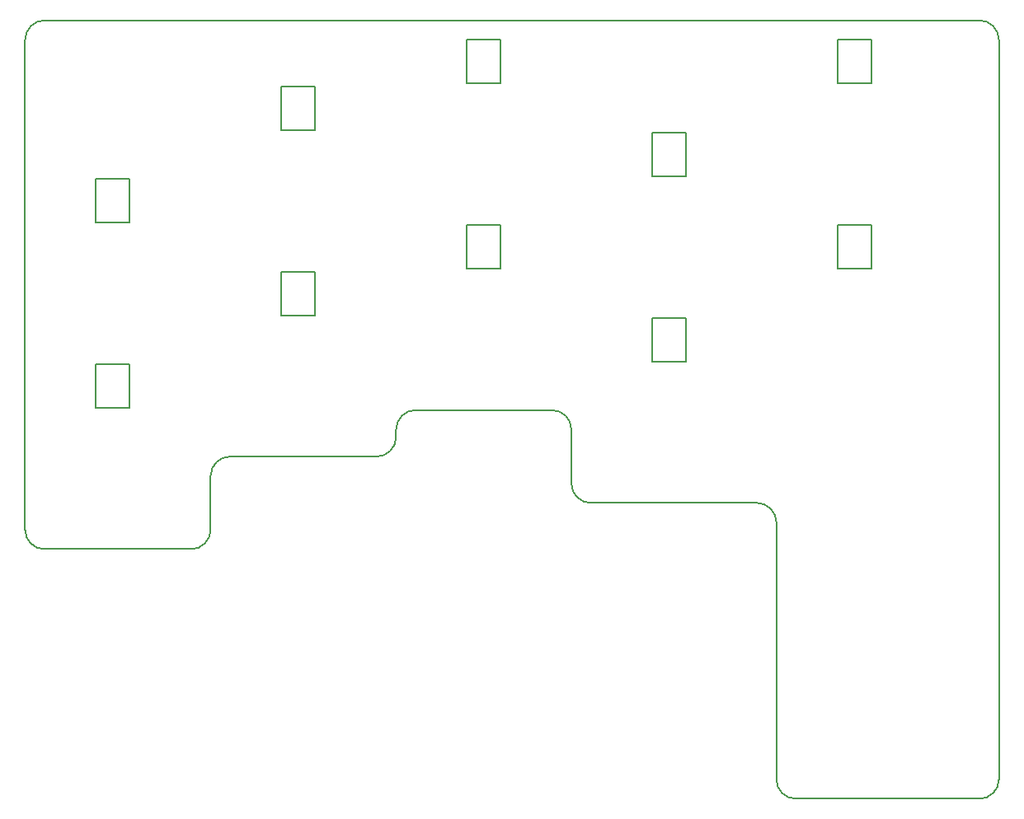
<source format=gbr>
G04 #@! TF.GenerationSoftware,KiCad,Pcbnew,(5.1.4)-1*
G04 #@! TF.CreationDate,2019-10-27T04:35:50+09:00*
G04 #@! TF.ProjectId,pps8,70707338-2e6b-4696-9361-645f70636258,rev?*
G04 #@! TF.SameCoordinates,Original*
G04 #@! TF.FileFunction,Profile,NP*
%FSLAX46Y46*%
G04 Gerber Fmt 4.6, Leading zero omitted, Abs format (unit mm)*
G04 Created by KiCad (PCBNEW (5.1.4)-1) date 2019-10-27 04:35:50*
%MOMM*%
%LPD*%
G04 APERTURE LIST*
%ADD10C,0.150000*%
G04 APERTURE END LIST*
D10*
X86950000Y-6762500D02*
X86950000Y-11262500D01*
X83450000Y-6762500D02*
X86950000Y-6762500D01*
X86950000Y-11262500D02*
X83450000Y-11262500D01*
X83450000Y-11262500D02*
X83450000Y-6762500D01*
X86950000Y12287500D02*
X86950000Y7787500D01*
X83450000Y12287500D02*
X86950000Y12287500D01*
X86950000Y7787500D02*
X83450000Y7787500D01*
X83450000Y7787500D02*
X83450000Y12287500D01*
X75150000Y-35300000D02*
G75*
G02X77150000Y-37300000I0J-2000000D01*
G01*
X98000000Y14290000D02*
G75*
G02X100000000Y12290000I0J-2000000D01*
G01*
X100000000Y-63700000D02*
G75*
G02X98000000Y-65700000I-2000000J0D01*
G01*
X79150000Y-65700000D02*
G75*
G02X77150000Y-63700000I0J2000000D01*
G01*
X0Y12290000D02*
G75*
G02X2000000Y14290000I2000000J0D01*
G01*
X2000000Y-40050000D02*
G75*
G02X0Y-38050000I0J2000000D01*
G01*
X19050000Y-38050000D02*
G75*
G02X17050000Y-40050000I-2000000J0D01*
G01*
X58100000Y-35300000D02*
G75*
G02X56100000Y-33300000I0J2000000D01*
G01*
X54100000Y-25760000D02*
G75*
G02X56100000Y-27760000I0J-2000000D01*
G01*
X38100000Y-28530000D02*
G75*
G02X36100000Y-30530000I-2000000J0D01*
G01*
X38100000Y-27760000D02*
G75*
G02X40100000Y-25760000I2000000J0D01*
G01*
X19050000Y-32530000D02*
G75*
G02X21050000Y-30530000I2000000J0D01*
G01*
X38100000Y-27760000D02*
X38100000Y-28530000D01*
X56100000Y-27760000D02*
X56100000Y-33300000D01*
X19050000Y-32530000D02*
X19050000Y-38050000D01*
X75150000Y-35300000D02*
X58100000Y-35300000D01*
X54100000Y-25760000D02*
X40100000Y-25760000D01*
X36100000Y-30530000D02*
X21050000Y-30530000D01*
X77150000Y-63700000D02*
X77150000Y-37300000D01*
X98000000Y-65700000D02*
X79150000Y-65700000D01*
X45350000Y-11262500D02*
X45350000Y-6762500D01*
X48850000Y-11262500D02*
X45350000Y-11262500D01*
X48850000Y-6762500D02*
X48850000Y-11262500D01*
X45350000Y-6762500D02*
X48850000Y-6762500D01*
X64400000Y-20787500D02*
X64400000Y-16287500D01*
X67900000Y-20787500D02*
X64400000Y-20787500D01*
X67900000Y-16287500D02*
X67900000Y-20787500D01*
X64400000Y-16287500D02*
X67900000Y-16287500D01*
X64400000Y-1737500D02*
X64400000Y2762500D01*
X67900000Y-1737500D02*
X64400000Y-1737500D01*
X67900000Y2762500D02*
X67900000Y-1737500D01*
X64400000Y2762500D02*
X67900000Y2762500D01*
X45350000Y7787500D02*
X45350000Y12287500D01*
X48850000Y7787500D02*
X45350000Y7787500D01*
X48850000Y12287500D02*
X48850000Y7787500D01*
X45350000Y12287500D02*
X48850000Y12287500D01*
X26300000Y3025000D02*
X26300000Y7525000D01*
X29800000Y3025000D02*
X26300000Y3025000D01*
X29800000Y7525000D02*
X29800000Y3025000D01*
X26300000Y7525000D02*
X29800000Y7525000D01*
X26300000Y-16025000D02*
X26300000Y-11525000D01*
X29800000Y-16025000D02*
X26300000Y-16025000D01*
X29800000Y-11525000D02*
X29800000Y-16025000D01*
X26300000Y-11525000D02*
X29800000Y-11525000D01*
X7250000Y-25550000D02*
X7250000Y-21050000D01*
X10750000Y-25550000D02*
X7250000Y-25550000D01*
X10750000Y-21050000D02*
X10750000Y-25550000D01*
X7250000Y-21050000D02*
X10750000Y-21050000D01*
X7250000Y-6500000D02*
X7250000Y-2000000D01*
X10750000Y-6500000D02*
X7250000Y-6500000D01*
X10750000Y-2000000D02*
X10750000Y-6500000D01*
X7250000Y-2000000D02*
X10750000Y-2000000D01*
X0Y12290000D02*
X0Y-38050000D01*
X2000000Y14290000D02*
X98000000Y14290000D01*
X17050000Y-40050000D02*
X2000000Y-40050000D01*
X100000000Y12290000D02*
X100000000Y-63700000D01*
M02*

</source>
